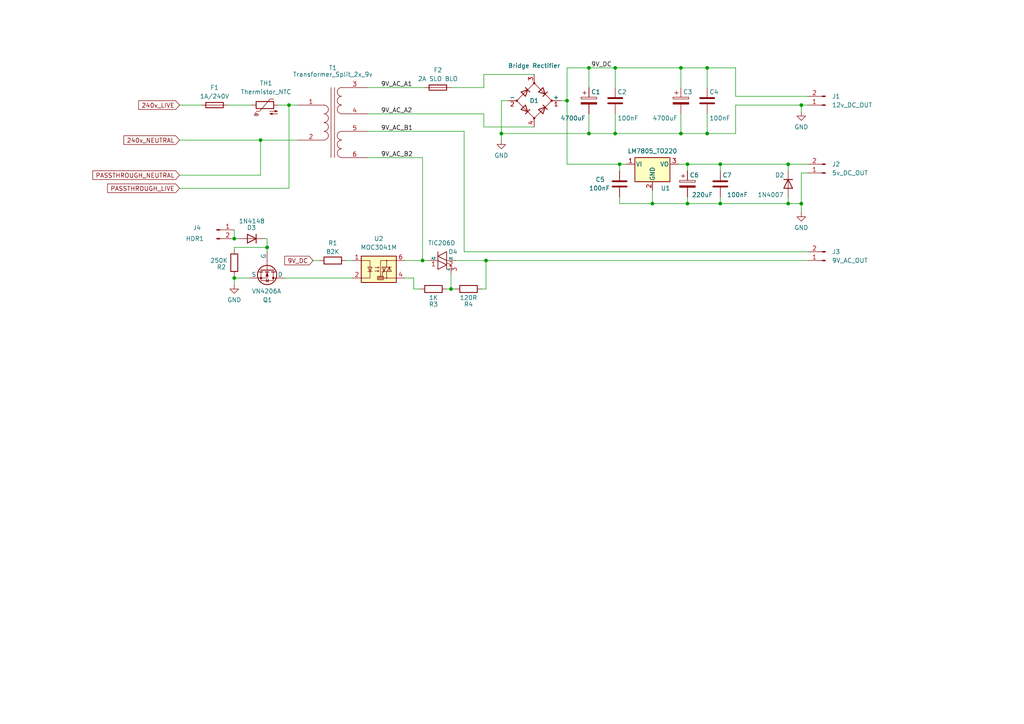
<source format=kicad_sch>
(kicad_sch (version 20230121) (generator eeschema)
  (paper "A4")
  (lib_symbols
    (symbol "Connector:Conn_01x02_Pin" (pin_names (offset 1.016) hide)
      (property "Reference" "J" (at 0 2.54 0))
      (property "Value" "Conn_01x02_Pin" (at 0 -5.08 0))
      (symbol "Conn_01x02_Pin_1_1"
        (polyline (pts (xy 1.27 -2.54) (xy 0.8636 -2.54)) (stroke (width 0.1524)))
        (polyline (pts (xy 1.27 0) (xy 0.8636 0)) (stroke (width 0.1524)))
        (rectangle (start 0.8636 -2.413) (end 0 -2.667) (stroke (width 0.1524)) (fill (type outline)))
        (rectangle (start 0.8636 0.127) (end 0 -0.127) (stroke (width 0.1524)) (fill (type outline)))
        (pin passive line (at 5.08 0 180) (length 3.81) (name "Pin_1") (number "1"))
        (pin passive line (at 5.08 -2.54 180) (length 3.81) (name "Pin_2") (number "2"))
      )
    )
    (symbol "Device:C" (pin_numbers hide) (pin_names (offset 0.254))
      (property "Reference" "C" (at 0.635 2.54 0))
      (property "Value" "C" (at 0.635 -2.54 0))
      (symbol "C_0_1"
        (polyline (pts (xy -2.032 -0.762) (xy 2.032 -0.762)) (stroke (width 0.508)))
        (polyline (pts (xy -2.032 0.762) (xy 2.032 0.762)) (stroke (width 0.508)))
      )
      (symbol "C_1_1"
        (pin passive line (at 0 3.81 270) (length 2.794) (name "~") (number "1"))
        (pin passive line (at 0 -3.81 90) (length 2.794) (name "~") (number "2"))
      )
    )
    (symbol "Device:C_Polarized" (pin_numbers hide) (pin_names (offset 0.254))
      (property "Reference" "C" (at 0.635 2.54 0))
      (property "Value" "C_Polarized" (at 0.635 -2.54 0))
      (symbol "C_Polarized_0_1"
        (rectangle (start -2.286 0.508) (end 2.286 1.016))
        (polyline (pts (xy -1.778 2.286) (xy -0.762 2.286)))
        (polyline (pts (xy -1.27 2.794) (xy -1.27 1.778)))
        (rectangle (start 2.286 -0.508) (end -2.286 -1.016) (fill (type outline)))
      )
      (symbol "C_Polarized_1_1"
        (pin passive line (at 0 3.81 270) (length 2.794) (name "~") (number "1"))
        (pin passive line (at 0 -3.81 90) (length 2.794) (name "~") (number "2"))
      )
    )
    (symbol "Device:D" (pin_numbers hide) (pin_names (offset 1.016) hide)
      (property "Reference" "D" (at 0 2.54 0))
      (property "Value" "D" (at 0 -2.54 0))
      (symbol "D_0_1"
        (polyline (pts (xy -1.27 1.27) (xy -1.27 -1.27)) (stroke (width 0.254)))
        (polyline (pts (xy 1.27 0) (xy -1.27 0)))
        (polyline (pts (xy 1.27 1.27) (xy 1.27 -1.27) (xy -1.27 0) (xy 1.27 1.27)) (stroke (width 0.254)))
      )
      (symbol "D_1_1"
        (pin passive line (at -3.81 0 0) (length 2.54) (name "K") (number "1"))
        (pin passive line (at 3.81 0 180) (length 2.54) (name "A") (number "2"))
      )
    )
    (symbol "Device:D_Bridge_+-AA" (pin_names (offset 0))
      (property "Reference" "D" (at 2.54 6.985 0))
      (property "Value" "D_Bridge_+-AA" (at 2.54 5.08 0))
      (symbol "D_Bridge_+-AA_0_1"
        (circle (center -5.08 0) (radius 0.254) (fill (type outline)))
        (circle (center 0 -5.08) (radius 0.254) (fill (type outline)))
        (polyline (pts (xy -2.54 3.81) (xy -1.27 2.54)) (stroke (width 0.254)))
        (polyline (pts (xy -1.27 -2.54) (xy -2.54 -3.81)) (stroke (width 0.254)))
        (polyline (pts (xy 2.54 -1.27) (xy 3.81 -2.54)) (stroke (width 0.254)))
        (polyline (pts (xy 2.54 1.27) (xy 3.81 2.54)) (stroke (width 0.254)))
        (polyline (pts (xy -3.81 2.54) (xy -2.54 1.27) (xy -1.905 3.175) (xy -3.81 2.54)) (stroke (width 0.254)))
        (polyline (pts (xy -2.54 -1.27) (xy -3.81 -2.54) (xy -1.905 -3.175) (xy -2.54 -1.27)) (stroke (width 0.254)))
        (polyline (pts (xy 1.27 2.54) (xy 2.54 3.81) (xy 3.175 1.905) (xy 1.27 2.54)) (stroke (width 0.254)))
        (polyline (pts (xy 3.175 -1.905) (xy 1.27 -2.54) (xy 2.54 -3.81) (xy 3.175 -1.905)) (stroke (width 0.254)))
        (polyline (pts (xy -5.08 0) (xy 0 -5.08) (xy 5.08 0) (xy 0 5.08) (xy -5.08 0)))
        (circle (center 0 5.08) (radius 0.254) (fill (type outline)))
        (circle (center 5.08 0) (radius 0.254) (fill (type outline)))
      )
      (symbol "D_Bridge_+-AA_1_1"
        (pin passive line (at 7.62 0 180) (length 2.54) (name "+") (number "1"))
        (pin passive line (at -7.62 0 0) (length 2.54) (name "-") (number "2"))
        (pin passive line (at 0 7.62 270) (length 2.54) (name "~") (number "3"))
        (pin passive line (at 0 -7.62 90) (length 2.54) (name "~") (number "4"))
      )
    )
    (symbol "Device:Fuse" (pin_numbers hide) (pin_names (offset 0))
      (property "Reference" "F" (at 2.032 0 90))
      (property "Value" "Fuse" (at -1.905 0 90))
      (symbol "Fuse_0_1"
        (rectangle (start -0.762 -2.54) (end 0.762 2.54) (stroke (width 0.254)))
        (polyline (pts (xy 0 2.54) (xy 0 -2.54)))
      )
      (symbol "Fuse_1_1"
        (pin passive line (at 0 3.81 270) (length 1.27) (name "~") (number "1"))
        (pin passive line (at 0 -3.81 90) (length 1.27) (name "~") (number "2"))
      )
    )
    (symbol "Device:Q_TRIAC_A2A1G" (pin_names (offset 0))
      (property "Reference" "D" (at 3.175 0.635 0))
      (property "Value" "Q_TRIAC_A2A1G" (at 3.175 -1.27 0))
      (symbol "Q_TRIAC_A2A1G_0_1"
        (polyline (pts (xy -2.54 -1.27) (xy 2.54 -1.27)) (stroke (width 0.2032)))
        (polyline (pts (xy -2.54 1.27) (xy 2.54 1.27)) (stroke (width 0.2032)))
        (polyline (pts (xy -1.27 -2.54) (xy -0.635 -1.27)))
        (polyline (pts (xy -2.54 1.27) (xy -1.27 -1.27) (xy 0 1.27)) (stroke (width 0.2032)))
        (polyline (pts (xy 0 -1.27) (xy 1.27 1.27) (xy 2.54 -1.27)) (stroke (width 0.2032)))
      )
      (symbol "Q_TRIAC_A2A1G_1_1"
        (pin passive line (at 0 3.81 270) (length 2.54) (name "A2") (number "1"))
        (pin passive line (at 0 -3.81 90) (length 2.54) (name "A1") (number "2"))
        (pin input line (at -3.81 -2.54 0) (length 2.54) (name "G") (number "3"))
      )
    )
    (symbol "Device:R" (pin_numbers hide) (pin_names (offset 0))
      (property "Reference" "R" (at 2.032 0 90))
      (property "Value" "R" (at 0 0 90))
      (symbol "R_0_1"
        (rectangle (start -1.016 -2.54) (end 1.016 2.54) (stroke (width 0.254)))
      )
      (symbol "R_1_1"
        (pin passive line (at 0 3.81 270) (length 1.27) (name "~") (number "1"))
        (pin passive line (at 0 -3.81 90) (length 1.27) (name "~") (number "2"))
      )
    )
    (symbol "Device:Thermistor_NTC" (pin_numbers hide) (pin_names (offset 0))
      (property "Reference" "TH" (at -4.445 0 90))
      (property "Value" "Thermistor_NTC" (at 3.175 0 90))
      (symbol "Thermistor_NTC_0_1"
        (arc (start -3.048 2.159) (mid -3.0495 2.3143) (end -3.175 2.413))
        (arc (start -3.048 2.159) (mid -2.9736 1.9794) (end -2.794 1.905))
        (arc (start -3.048 2.794) (mid -2.9736 2.6144) (end -2.794 2.54))
        (arc (start -2.794 1.905) (mid -2.6144 1.9794) (end -2.54 2.159))
        (arc (start -2.794 2.54) (mid -2.4393 2.5587) (end -2.159 2.794))
        (arc (start -2.794 3.048) (mid -2.9736 2.9736) (end -3.048 2.794))
        (arc (start -2.54 2.794) (mid -2.6144 2.9736) (end -2.794 3.048))
        (rectangle (start -1.016 2.54) (end 1.016 -2.54) (stroke (width 0.254)))
        (polyline (pts (xy -2.54 2.159) (xy -2.54 2.794)))
        (polyline (pts (xy -1.778 2.54) (xy -1.778 1.524) (xy 1.778 -1.524) (xy 1.778 -2.54)))
        (polyline (pts (xy -2.54 -3.683) (xy -2.54 -1.397) (xy -2.794 -2.159) (xy -2.286 -2.159) (xy -2.54 -1.397) (xy -2.54 -1.651)) (fill (type outline)))
        (polyline (pts (xy -1.778 -1.397) (xy -1.778 -3.683) (xy -2.032 -2.921) (xy -1.524 -2.921) (xy -1.778 -3.683) (xy -1.778 -3.429)) (fill (type outline)))
      )
      (symbol "Thermistor_NTC_1_1"
        (pin passive line (at 0 3.81 270) (length 1.27) (name "~") (number "1"))
        (pin passive line (at 0 -3.81 90) (length 1.27) (name "~") (number "2"))
      )
    )
    (symbol "Device:Transformer_1P_2S" (pin_names (offset 1.016) hide)
      (property "Reference" "T" (at 0 12.7 0))
      (property "Value" "Transformer_1P_2S" (at 0 -12.7 0))
      (symbol "Transformer_1P_2S_0_1"
        (arc (start -2.54 -5.0546) (mid -1.6599 -4.6901) (end -1.27 -3.81))
        (arc (start -2.54 -2.5146) (mid -1.6599 -2.1501) (end -1.27 -1.27))
        (arc (start -2.54 0.0254) (mid -1.6599 0.3899) (end -1.27 1.27))
        (arc (start -2.54 2.5654) (mid -1.6599 2.9299) (end -1.27 3.81))
        (arc (start -1.27 -3.81) (mid -1.642 -2.912) (end -2.54 -2.54))
        (arc (start -1.27 -1.27) (mid -1.642 -0.372) (end -2.54 0))
        (arc (start -1.27 1.27) (mid -1.642 2.168) (end -2.54 2.54))
        (arc (start -1.27 3.81) (mid -1.642 4.708) (end -2.54 5.08))
        (polyline (pts (xy -0.508 -10.16) (xy -0.508 10.16)))
        (polyline (pts (xy 0.508 10.16) (xy 0.508 -10.16)))
        (arc (start 1.2954 -8.89) (mid 1.6599 -9.7701) (end 2.54 -10.1346))
        (arc (start 1.2954 -6.35) (mid 1.6599 -7.2301) (end 2.54 -7.5946))
        (arc (start 1.2954 -3.81) (mid 1.6599 -4.6901) (end 2.54 -5.0546))
        (arc (start 1.2954 3.81) (mid 1.6599 2.9299) (end 2.54 2.5654))
        (arc (start 1.2954 6.35) (mid 1.6599 5.4699) (end 2.54 5.1054))
        (arc (start 1.2954 8.89) (mid 1.6599 8.0099) (end 2.54 7.6454))
        (arc (start 2.54 -7.62) (mid 1.642 -7.992) (end 1.2954 -8.89))
        (arc (start 2.54 -5.08) (mid 1.642 -5.452) (end 1.2954 -6.35))
        (arc (start 2.54 -2.54) (mid 1.642 -2.912) (end 1.2954 -3.81))
        (arc (start 2.54 5.08) (mid 1.642 4.708) (end 1.2954 3.81))
        (arc (start 2.54 7.62) (mid 1.642 7.248) (end 1.2954 6.35))
        (arc (start 2.54 10.16) (mid 1.642 9.788) (end 1.2954 8.89))
      )
      (symbol "Transformer_1P_2S_1_1"
        (pin passive line (at -10.16 5.08 0) (length 7.62) (name "AA") (number "1"))
        (pin passive line (at -10.16 -5.08 0) (length 7.62) (name "AB") (number "2"))
        (pin passive line (at 10.16 10.16 180) (length 7.62) (name "SA") (number "3"))
        (pin passive line (at 10.16 2.54 180) (length 7.62) (name "SB") (number "4"))
        (pin passive line (at 10.16 -2.54 180) (length 7.62) (name "SC") (number "5"))
        (pin passive line (at 10.16 -10.16 180) (length 7.62) (name "SD") (number "6"))
      )
    )
    (symbol "Regulator_Linear:LM7805_TO220" (pin_names (offset 0.254))
      (property "Reference" "U" (at -3.81 3.175 0))
      (property "Value" "LM7805_TO220" (at 0 3.175 0))
      (symbol "LM7805_TO220_0_1"
        (rectangle (start -5.08 1.905) (end 5.08 -5.08) (stroke (width 0.254)) (fill (type background)))
      )
      (symbol "LM7805_TO220_1_1"
        (pin power_in line (at -7.62 0 0) (length 2.54) (name "VI") (number "1"))
        (pin power_in line (at 0 -7.62 90) (length 2.54) (name "GND") (number "2"))
        (pin power_out line (at 7.62 0 180) (length 2.54) (name "VO") (number "3"))
      )
    )
    (symbol "Relay_SolidState:MOC3041M"
      (property "Reference" "U" (at -5.08 5.08 0))
      (property "Value" "MOC3041M" (at 0 5.08 0))
      (symbol "MOC3041M_0_0"
        (rectangle (start -0.381 -2.032) (end 1.397 -3.048))
        (polyline (pts (xy 2.286 -2.54) (xy 1.397 -2.54)))
        (polyline (pts (xy 1.524 -0.635) (xy 1.016 -1.016) (xy 1.016 -2.032)))
        (text "ZCD" (at 0.508 -2.54 0) (effects (font (size 0.508 0.508))))
      )
      (symbol "MOC3041M_0_1"
        (rectangle (start -5.08 3.81) (end 5.08 -3.81) (stroke (width 0.254)) (fill (type background)))
        (polyline (pts (xy -3.175 -0.635) (xy -1.905 -0.635)))
        (polyline (pts (xy 1.524 -0.635) (xy 1.524 0.635)))
        (polyline (pts (xy 3.048 0.635) (xy 3.048 -0.635)))
        (polyline (pts (xy 2.286 -0.635) (xy 2.286 -2.54) (xy 5.08 -2.54)))
        (polyline (pts (xy 2.286 0.635) (xy 2.286 2.54) (xy 5.08 2.54)))
        (polyline (pts (xy 2.286 2.54) (xy 0.508 2.54) (xy 0.508 -2.032)))
        (polyline (pts (xy -5.08 2.54) (xy -2.54 2.54) (xy -2.54 -2.54) (xy -5.08 -2.54)))
        (polyline (pts (xy -2.54 -0.635) (xy -3.175 0.635) (xy -1.905 0.635) (xy -2.54 -0.635)))
        (polyline (pts (xy 0.889 -0.635) (xy 3.683 -0.635) (xy 3.048 0.635) (xy 2.413 -0.635)))
        (polyline (pts (xy 3.683 0.635) (xy 0.889 0.635) (xy 1.524 -0.635) (xy 2.159 0.635)))
        (polyline (pts (xy -1.143 -0.508) (xy 0.127 -0.508) (xy -0.254 -0.635) (xy -0.254 -0.381) (xy 0.127 -0.508)))
        (polyline (pts (xy -1.143 0.508) (xy 0.127 0.508) (xy -0.254 0.381) (xy -0.254 0.635) (xy 0.127 0.508)))
        (circle (center 2.286 -2.54) (radius 0.127))
        (circle (center 2.286 2.54) (radius 0.127))
      )
      (symbol "MOC3041M_1_1"
        (pin passive line (at -7.62 2.54 0) (length 2.54) (name "~") (number "1"))
        (pin passive line (at -7.62 -2.54 0) (length 2.54) (name "~") (number "2"))
        (pin no_connect line (at -5.08 0 0) (length 2.54) hide (name "NC") (number "3"))
        (pin passive line (at 7.62 -2.54 180) (length 2.54) (name "~") (number "4"))
        (pin no_connect line (at 5.08 0 180) (length 2.54) hide (name "NC") (number "5"))
        (pin passive line (at 7.62 2.54 180) (length 2.54) (name "~") (number "6"))
      )
    )
    (symbol "Simulation_SPICE:NMOS" (pin_numbers hide) (pin_names (offset 0))
      (property "Reference" "Q" (at 5.08 1.27 0))
      (property "Value" "NMOS" (at 5.08 -1.27 0))
      (symbol "NMOS_0_1"
        (polyline (pts (xy 0.254 0) (xy -2.54 0)))
        (polyline (pts (xy 0.254 1.905) (xy 0.254 -1.905)) (stroke (width 0.254)))
        (polyline (pts (xy 0.762 -1.27) (xy 0.762 -2.286)) (stroke (width 0.254)))
        (polyline (pts (xy 0.762 0.508) (xy 0.762 -0.508)) (stroke (width 0.254)))
        (polyline (pts (xy 0.762 2.286) (xy 0.762 1.27)) (stroke (width 0.254)))
        (polyline (pts (xy 2.54 2.54) (xy 2.54 1.778)))
        (polyline (pts (xy 2.54 -2.54) (xy 2.54 0) (xy 0.762 0)))
        (polyline (pts (xy 0.762 -1.778) (xy 3.302 -1.778) (xy 3.302 1.778) (xy 0.762 1.778)))
        (polyline (pts (xy 1.016 0) (xy 2.032 0.381) (xy 2.032 -0.381) (xy 1.016 0)) (fill (type outline)))
        (polyline (pts (xy 2.794 0.508) (xy 2.921 0.381) (xy 3.683 0.381) (xy 3.81 0.254)))
        (polyline (pts (xy 3.302 0.381) (xy 2.921 -0.254) (xy 3.683 -0.254) (xy 3.302 0.381)))
        (circle (center 1.651 0) (radius 2.794) (stroke (width 0.254)))
        (circle (center 2.54 -1.778) (radius 0.254) (fill (type outline)))
        (circle (center 2.54 1.778) (radius 0.254) (fill (type outline)))
      )
      (symbol "NMOS_1_1"
        (pin passive line (at 2.54 5.08 270) (length 2.54) (name "D") (number "1"))
        (pin input line (at -5.08 0 0) (length 2.54) (name "G") (number "2"))
        (pin passive line (at 2.54 -5.08 90) (length 2.54) (name "S") (number "3"))
      )
    )
    (symbol "power:GND" (power) (pin_names (offset 0))
      (property "Value" "GND" (at 0 -3.81 0))
      (symbol "GND_0_1"
        (polyline (pts (xy 0 0) (xy 0 -1.27) (xy 1.27 -1.27) (xy 0 -2.54) (xy -1.27 -1.27) (xy 0 -1.27)))
      )
      (symbol "GND_1_1"
        (pin power_in line (at 0 0 270) (length 0) hide (name "GND") (number "1"))
      )
    )
  )
  (junction (at 197.485 38.735))
  (junction (at 199.39 47.625))
  (junction (at 164.465 29.21))
  (junction (at 205.105 19.685))
  (junction (at 67.945 80.645))
  (junction (at 205.105 38.735))
  (junction (at 178.435 38.735))
  (junction (at 77.47 71.755))
  (junction (at 197.485 19.685))
  (junction (at 170.815 19.685))
  (junction (at 178.435 19.685))
  (junction (at 145.415 38.735))
  (junction (at 232.41 59.055))
  (junction (at 170.815 38.735))
  (junction (at 83.82 30.48))
  (junction (at 122.555 75.565))
  (junction (at 232.41 30.48))
  (junction (at 67.945 69.215))
  (junction (at 208.915 47.625))
  (junction (at 179.705 47.625))
  (junction (at 208.915 59.055))
  (junction (at 189.23 59.055))
  (junction (at 199.39 59.055))
  (junction (at 228.6 59.055))
  (junction (at 228.6 47.625))
  (junction (at 75.565 40.64))
  (junction (at 130.81 83.82))
  (junction (at 140.97 75.565))
  (wire (pts (xy 140.335 36.83) (xy 154.94 36.83)))
  (wire (pts (xy 77.47 71.755) (xy 77.47 73.025)))
  (wire (pts (xy 205.105 19.685) (xy 205.105 25.4)))
  (wire (pts (xy 208.915 59.055) (xy 199.39 59.055)))
  (wire (pts (xy 179.705 57.15) (xy 179.705 59.055)))
  (wire (pts (xy 205.105 38.735) (xy 213.36 38.735)))
  (wire (pts (xy 196.85 47.625) (xy 199.39 47.625)))
  (wire (pts (xy 164.465 47.625) (xy 179.705 47.625)))
  (wire (pts (xy 140.335 33.02) (xy 140.335 36.83)))
  (wire (pts (xy 199.39 59.055) (xy 189.23 59.055)))
  (wire (pts (xy 170.815 19.685) (xy 178.435 19.685)))
  (wire (pts (xy 77.47 69.215) (xy 76.835 69.215)))
  (wire (pts (xy 52.07 30.48) (xy 58.42 30.48)))
  (wire (pts (xy 75.565 40.64) (xy 86.36 40.64)))
  (wire (pts (xy 130.81 25.4) (xy 140.335 25.4)))
  (wire (pts (xy 83.82 30.48) (xy 83.82 54.61)))
  (wire (pts (xy 179.705 59.055) (xy 189.23 59.055)))
  (wire (pts (xy 205.105 33.02) (xy 205.105 38.735)))
  (wire (pts (xy 164.465 29.21) (xy 162.56 29.21)))
  (wire (pts (xy 122.555 45.72) (xy 122.555 75.565)))
  (wire (pts (xy 106.68 25.4) (xy 123.19 25.4)))
  (wire (pts (xy 145.415 38.735) (xy 170.815 38.735)))
  (wire (pts (xy 189.23 55.245) (xy 189.23 59.055)))
  (wire (pts (xy 208.915 57.15) (xy 208.915 59.055)))
  (wire (pts (xy 117.475 80.645) (xy 120.015 80.645)))
  (wire (pts (xy 67.945 71.755) (xy 77.47 71.755)))
  (wire (pts (xy 77.47 69.215) (xy 77.47 71.755)))
  (wire (pts (xy 232.41 30.48) (xy 232.41 32.385)))
  (wire (pts (xy 106.68 38.1) (xy 134.62 38.1)))
  (wire (pts (xy 130.81 79.375) (xy 130.81 83.82)))
  (wire (pts (xy 232.41 50.165) (xy 232.41 59.055)))
  (wire (pts (xy 179.705 47.625) (xy 179.705 49.53)))
  (wire (pts (xy 134.62 73.025) (xy 234.315 73.025)))
  (wire (pts (xy 145.415 29.21) (xy 145.415 38.735)))
  (wire (pts (xy 178.435 38.735) (xy 197.485 38.735)))
  (wire (pts (xy 106.68 45.72) (xy 122.555 45.72)))
  (wire (pts (xy 178.435 19.685) (xy 197.485 19.685)))
  (wire (pts (xy 208.915 47.625) (xy 208.915 49.53)))
  (wire (pts (xy 80.645 30.48) (xy 83.82 30.48)))
  (wire (pts (xy 197.485 19.685) (xy 205.105 19.685)))
  (wire (pts (xy 140.335 25.4) (xy 140.335 21.59)))
  (wire (pts (xy 208.915 59.055) (xy 228.6 59.055)))
  (wire (pts (xy 66.04 30.48) (xy 73.025 30.48)))
  (wire (pts (xy 205.105 19.685) (xy 213.36 19.685)))
  (wire (pts (xy 213.36 30.48) (xy 232.41 30.48)))
  (wire (pts (xy 106.68 33.02) (xy 140.335 33.02)))
  (wire (pts (xy 139.7 83.82) (xy 140.97 83.82)))
  (wire (pts (xy 117.475 75.565) (xy 122.555 75.565)))
  (wire (pts (xy 213.36 38.735) (xy 213.36 30.48)))
  (wire (pts (xy 228.6 47.625) (xy 234.315 47.625)))
  (wire (pts (xy 170.815 38.735) (xy 178.435 38.735)))
  (wire (pts (xy 145.415 40.64) (xy 145.415 38.735)))
  (wire (pts (xy 170.815 19.685) (xy 170.815 25.4)))
  (wire (pts (xy 90.805 75.565) (xy 92.71 75.565)))
  (wire (pts (xy 67.945 80.01) (xy 67.945 80.645)))
  (wire (pts (xy 120.015 83.82) (xy 121.92 83.82)))
  (wire (pts (xy 140.97 75.565) (xy 234.315 75.565)))
  (wire (pts (xy 232.41 30.48) (xy 234.315 30.48)))
  (wire (pts (xy 199.39 47.625) (xy 208.915 47.625)))
  (wire (pts (xy 52.07 54.61) (xy 83.82 54.61)))
  (wire (pts (xy 178.435 19.685) (xy 178.435 25.4)))
  (wire (pts (xy 67.945 80.645) (xy 72.39 80.645)))
  (wire (pts (xy 122.555 75.565) (xy 124.46 75.565)))
  (wire (pts (xy 164.465 29.21) (xy 164.465 47.625)))
  (wire (pts (xy 228.6 57.15) (xy 228.6 59.055)))
  (wire (pts (xy 100.33 75.565) (xy 102.235 75.565)))
  (wire (pts (xy 179.705 47.625) (xy 181.61 47.625)))
  (wire (pts (xy 213.36 27.94) (xy 234.315 27.94)))
  (wire (pts (xy 67.945 82.55) (xy 67.945 80.645)))
  (wire (pts (xy 208.915 47.625) (xy 228.6 47.625)))
  (wire (pts (xy 199.39 47.625) (xy 199.39 49.53)))
  (wire (pts (xy 164.465 29.21) (xy 164.465 19.685)))
  (wire (pts (xy 82.55 80.645) (xy 102.235 80.645)))
  (wire (pts (xy 197.485 19.685) (xy 197.485 25.4)))
  (wire (pts (xy 130.81 83.82) (xy 132.08 83.82)))
  (wire (pts (xy 199.39 57.15) (xy 199.39 59.055)))
  (wire (pts (xy 132.08 75.565) (xy 140.97 75.565)))
  (wire (pts (xy 140.97 75.565) (xy 140.97 83.82)))
  (wire (pts (xy 234.315 50.165) (xy 232.41 50.165)))
  (wire (pts (xy 67.945 69.215) (xy 69.215 69.215)))
  (wire (pts (xy 140.335 21.59) (xy 154.94 21.59)))
  (wire (pts (xy 120.015 80.645) (xy 120.015 83.82)))
  (wire (pts (xy 75.565 50.8) (xy 75.565 40.64)))
  (wire (pts (xy 228.6 47.625) (xy 228.6 49.53)))
  (wire (pts (xy 228.6 59.055) (xy 232.41 59.055)))
  (wire (pts (xy 52.07 50.8) (xy 75.565 50.8)))
  (wire (pts (xy 67.945 66.675) (xy 67.945 69.215)))
  (wire (pts (xy 52.07 40.64) (xy 75.565 40.64)))
  (wire (pts (xy 178.435 33.02) (xy 178.435 38.735)))
  (wire (pts (xy 164.465 19.685) (xy 170.815 19.685)))
  (wire (pts (xy 232.41 61.595) (xy 232.41 59.055)))
  (wire (pts (xy 67.945 71.755) (xy 67.945 72.39)))
  (wire (pts (xy 83.82 30.48) (xy 86.36 30.48)))
  (wire (pts (xy 213.36 19.685) (xy 213.36 27.94)))
  (wire (pts (xy 197.485 33.02) (xy 197.485 38.735)))
  (wire (pts (xy 170.815 33.02) (xy 170.815 38.735)))
  (wire (pts (xy 197.485 38.735) (xy 205.105 38.735)))
  (wire (pts (xy 129.54 83.82) (xy 130.81 83.82)))
  (wire (pts (xy 147.32 29.21) (xy 145.415 29.21)))
  (wire (pts (xy 134.62 38.1) (xy 134.62 73.025)))
  (label "9V_DC" (at 171.45 19.685 0))
  (label "9V_AC_A1" (at 110.49 25.4 0))
  (label "9V_AC_B2" (at 110.49 45.72 0))
  (label "9V_AC_B1" (at 110.49 38.1 0))
  (label "9V_AC_A2" (at 110.49 33.02 0))
  (global_label "9V_DC" (shape input) (at 90.805 75.565 180) (property "Intersheetrefs" "${INTERSHEET_REFS}" (effects hide)))
  (global_label "240v_NEUTRAL" (shape input) (at 52.07 40.64 180) (property "Intersheetrefs" "${INTERSHEET_REFS}" (effects hide)))
  (global_label "PASSTHROUGH_LIVE" (shape input) (at 52.07 54.61 180) (property "Intersheetrefs" "${INTERSHEET_REFS}" (effects hide)))
  (global_label "PASSTHROUGH_NEUTRAL" (shape input) (at 52.07 50.8 180) (property "Intersheetrefs" "${INTERSHEET_REFS}" (effects hide)))
  (global_label "240v_LIVE" (shape input) (at 52.07 30.48 180) (property "Intersheetrefs" "${INTERSHEET_REFS}" (effects hide)))
  (symbol (lib_id "Connector:Conn_01x02_Pin") (at 239.395 50.165 180) (unit 1)
    (property "Reference" "J2" (at 241.3 47.625 0) (effects (justify right)))
    (property "Value" "5v_DC_OUT" (at 241.3 50.165 0) (effects (justify right)))
  )
  (symbol (lib_id "power:GND") (at 145.415 40.64 0) (unit 1)
    (property "Reference" "#PWR01" (effects hide))
    (property "Value" "GND" (at 145.415 45.085 0))
  )
  (symbol (lib_id "Simulation_SPICE:NMOS") (at 77.47 78.105 270) (unit 1)
    (property "Reference" "Q1" (at 76.2 86.995 90) (effects (justify left)))
    (property "Value" "VN4206A" (at 73.025 84.455 90) (effects (justify left)))
    (property "Datasheet" "https://ngspice.sourceforge.io/docs/ngspice-manual.pdf" (effects hide))
    (property "Sim.Device" "NMOS" (effects hide))
    (property "Sim.Type" "VDMOS" (effects hide))
    (property "Sim.Pins" "1=D 2=G 3=S" (effects hide))
  )
  (symbol (lib_id "Device:C") (at 208.915 53.34 0) (unit 1)
    (property "Reference" "C7" (at 209.55 50.8 0) (effects (justify left)))
    (property "Value" "100nF" (at 210.82 56.515 0) (effects (justify left)))
  )
  (symbol (lib_id "Device:C") (at 179.705 53.34 0) (unit 1)
    (property "Reference" "C5" (at 172.72 52.07 0) (effects (justify left)))
    (property "Value" "100nF" (at 170.815 54.61 0) (effects (justify left)))
  )
  (symbol (lib_id "Regulator_Linear:LM7805_TO220") (at 189.23 47.625 0) (unit 1)
    (property "Reference" "U1" (at 193.04 54.61 0))
    (property "Value" "LM7805_TO220" (at 189.23 43.815 0))
    (property "Footprint" "Package_TO_SOT_THT:TO-220-3_Vertical" (effects hide))
    (property "Datasheet" "https://www.onsemi.cn/PowerSolutions/document/MC7800-D.PDF" (effects hide))
  )
  (symbol (lib_id "power:GND") (at 232.41 32.385 0) (unit 1)
    (property "Reference" "#PWR03" (effects hide))
    (property "Value" "GND" (at 232.41 36.83 0))
  )
  (symbol (lib_id "Device:R") (at 135.89 83.82 90) (unit 1)
    (property "Reference" "R4" (at 135.89 88.265 90))
    (property "Value" "120R" (at 135.89 86.36 90))
  )
  (symbol (lib_id "Device:D") (at 73.025 69.215 180) (unit 1)
    (property "Reference" "D3" (at 74.295 66.04 0) (effects (justify left)))
    (property "Value" "1N4148" (at 76.835 64.135 0) (effects (justify left)))
    (property "Sim.Device" "D" (effects hide))
    (property "Sim.Pins" "1=K 2=A" (effects hide))
  )
  (symbol (lib_id "Device:D_Bridge_+-AA") (at 154.94 29.21 0) (unit 1)
    (property "Reference" "D1" (at 154.94 29.21 0))
    (property "Value" "Bridge Rectifier" (at 154.94 19.05 0))
  )
  (symbol (lib_id "power:GND") (at 232.41 61.595 0) (unit 1)
    (property "Reference" "#PWR04" (effects hide))
    (property "Value" "GND" (at 232.41 66.04 0))
  )
  (symbol (lib_id "Device:Thermistor_NTC") (at 76.835 30.48 90) (unit 1)
    (property "Reference" "TH1" (at 77.1525 24.13 90))
    (property "Value" "Thermistor_NTC" (at 77.1525 26.67 90))
  )
  (symbol (lib_id "Device:Fuse") (at 62.23 30.48 90) (unit 1)
    (property "Reference" "F1" (at 62.23 25.4 90))
    (property "Value" "1A/240V" (at 62.23 27.94 90))
  )
  (symbol (lib_id "Device:C") (at 205.105 29.21 0) (unit 1)
    (property "Reference" "C4" (at 205.74 26.67 0) (effects (justify left)))
    (property "Value" "100nF" (at 205.74 34.29 0) (effects (justify left)))
  )
  (symbol (lib_id "Device:R") (at 125.73 83.82 90) (unit 1)
    (property "Reference" "R3" (at 125.73 88.265 90))
    (property "Value" "1K" (at 125.73 86.36 90))
  )
  (symbol (lib_id "Device:C_Polarized") (at 199.39 53.34 0) (unit 1)
    (property "Reference" "C6" (at 200.025 50.8 0) (effects (justify left)))
    (property "Value" "220uF" (at 200.66 56.515 0) (effects (justify left)))
  )
  (symbol (lib_id "Connector:Conn_01x02_Pin") (at 239.395 75.565 180) (unit 1)
    (property "Reference" "J3" (at 241.3 73.025 0) (effects (justify right)))
    (property "Value" "9V_AC_OUT" (at 241.3 75.565 0) (effects (justify right)))
  )
  (symbol (lib_id "Device:C_Polarized") (at 170.815 29.21 0) (unit 1)
    (property "Reference" "C1" (at 171.45 26.67 0) (effects (justify left)))
    (property "Value" "4700uF" (at 162.56 34.29 0) (effects (justify left)))
  )
  (symbol (lib_id "Device:R") (at 96.52 75.565 90) (unit 1)
    (property "Reference" "R1" (at 96.52 70.485 90))
    (property "Value" "82K" (at 96.52 73.025 90))
  )
  (symbol (lib_id "Device:R") (at 67.945 76.2 0) (unit 1)
    (property "Reference" "R2" (at 62.865 77.47 0) (effects (justify left)))
    (property "Value" "250K" (at 60.96 75.565 0) (effects (justify left)))
  )
  (symbol (lib_id "Device:D") (at 228.6 53.34 270) (unit 1)
    (property "Reference" "D2" (at 224.79 50.8 90) (effects (justify left)))
    (property "Value" "1N4007" (at 219.71 56.515 90) (effects (justify left)))
    (property "Sim.Device" "D" (effects hide))
    (property "Sim.Pins" "1=K 2=A" (effects hide))
  )
  (symbol (lib_id "Connector:Conn_01x02_Pin") (at 239.395 30.48 180) (unit 1)
    (property "Reference" "J1" (at 241.3 27.94 0) (effects (justify right)))
    (property "Value" "12v_DC_OUT" (at 241.3 30.48 0) (effects (justify right)))
  )
  (symbol (lib_id "Device:C_Polarized") (at 197.485 29.21 0) (unit 1)
    (property "Reference" "C3" (at 198.12 26.67 0) (effects (justify left)))
    (property "Value" "4700uF" (at 189.23 34.29 0) (effects (justify left)))
  )
  (symbol (lib_id "Device:C") (at 178.435 29.21 0) (unit 1)
    (property "Reference" "C2" (at 179.07 26.67 0) (effects (justify left)))
    (property "Value" "100nF" (at 179.07 34.29 0) (effects (justify left)))
  )
  (symbol (lib_id "power:GND") (at 67.945 82.55 0) (unit 1)
    (property "Reference" "#PWR02" (effects hide))
    (property "Value" "GND" (at 67.945 86.995 0))
  )
  (symbol (lib_id "Device:Transformer_1P_2S") (at 96.52 35.56 0) (unit 1)
    (property "Reference" "T1" (at 96.52 19.685 0))
    (property "Value" "Transformer_Split_2x_9v" (at 96.52 21.59 0))
  )
  (symbol (lib_id "Device:Fuse") (at 127 25.4 90) (unit 1)
    (property "Reference" "F2" (at 127 20.32 90))
    (property "Value" "2A SLO BLO" (at 127 22.86 90))
  )
  (symbol (lib_id "Relay_SolidState:MOC3041M") (at 109.855 78.105 0) (unit 1)
    (property "Reference" "U2" (at 109.855 69.215 0))
    (property "Value" "MOC3041M" (at 109.855 71.755 0))
    (property "Datasheet" "https://www.onsemi.com/pub/Collateral/MOC3043M-D.pdf" (effects hide))
  )
  (symbol (lib_id "Device:Q_TRIAC_A2A1G") (at 128.27 75.565 90) (unit 1)
    (property "Reference" "D4" (at 132.715 73.025 90) (effects (justify left)))
    (property "Value" "TIC206D" (at 132.08 70.485 90) (effects (justify left)))
  )
  (symbol (lib_id "Connector:Conn_01x02_Pin") (at 62.865 66.675 0) (unit 1)
    (property "Reference" "J4" (at 57.15 66.04 0))
    (property "Value" "HDR1" (at 56.515 69.215 0))
  )
)
</source>
